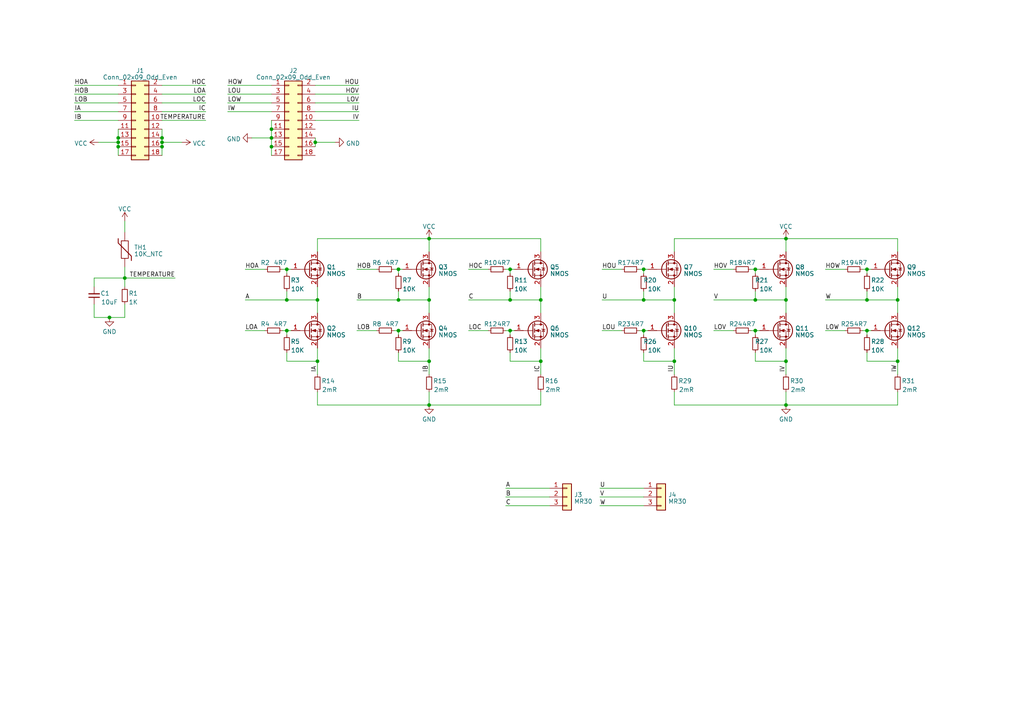
<source format=kicad_sch>
(kicad_sch (version 20230121) (generator eeschema)
  (paper "A4")
  (lib_symbols
    (symbol "Connector_Generic:Conn_01x03" (pin_names (offset 1.016) hide)
      (property "Reference" "J" (at 0 5.08 0))
      (property "Value" "Conn_01x03" (at 0 -5.08 0))
      (symbol "Conn_01x03_1_1"
        (rectangle (start -1.27 -2.413) (end 0 -2.667) (stroke (width 0.1524)))
        (rectangle (start -1.27 0.127) (end 0 -0.127) (stroke (width 0.1524)))
        (rectangle (start -1.27 2.667) (end 0 2.413) (stroke (width 0.1524)))
        (rectangle (start -1.27 3.81) (end 1.27 -3.81) (stroke (width 0.254)) (fill (type background)))
        (pin passive line (at -5.08 2.54 0) (length 3.81) (name "Pin_1") (number "1"))
        (pin passive line (at -5.08 0 0) (length 3.81) (name "Pin_2") (number "2"))
        (pin passive line (at -5.08 -2.54 0) (length 3.81) (name "Pin_3") (number "3"))
      )
    )
    (symbol "Connector_Generic:Conn_02x09_Odd_Even" (pin_names (offset 1.016) hide)
      (property "Reference" "J" (at 1.27 12.7 0))
      (property "Value" "Conn_02x09_Odd_Even" (at 1.27 -12.7 0))
      (symbol "Conn_02x09_Odd_Even_1_1"
        (rectangle (start -1.27 -10.033) (end 0 -10.287) (stroke (width 0.1524)))
        (rectangle (start -1.27 -7.493) (end 0 -7.747) (stroke (width 0.1524)))
        (rectangle (start -1.27 -4.953) (end 0 -5.207) (stroke (width 0.1524)))
        (rectangle (start -1.27 -2.413) (end 0 -2.667) (stroke (width 0.1524)))
        (rectangle (start -1.27 0.127) (end 0 -0.127) (stroke (width 0.1524)))
        (rectangle (start -1.27 2.667) (end 0 2.413) (stroke (width 0.1524)))
        (rectangle (start -1.27 5.207) (end 0 4.953) (stroke (width 0.1524)))
        (rectangle (start -1.27 7.747) (end 0 7.493) (stroke (width 0.1524)))
        (rectangle (start -1.27 10.287) (end 0 10.033) (stroke (width 0.1524)))
        (rectangle (start -1.27 11.43) (end 3.81 -11.43) (stroke (width 0.254)) (fill (type background)))
        (rectangle (start 3.81 -10.033) (end 2.54 -10.287) (stroke (width 0.1524)))
        (rectangle (start 3.81 -7.493) (end 2.54 -7.747) (stroke (width 0.1524)))
        (rectangle (start 3.81 -4.953) (end 2.54 -5.207) (stroke (width 0.1524)))
        (rectangle (start 3.81 -2.413) (end 2.54 -2.667) (stroke (width 0.1524)))
        (rectangle (start 3.81 0.127) (end 2.54 -0.127) (stroke (width 0.1524)))
        (rectangle (start 3.81 2.667) (end 2.54 2.413) (stroke (width 0.1524)))
        (rectangle (start 3.81 5.207) (end 2.54 4.953) (stroke (width 0.1524)))
        (rectangle (start 3.81 7.747) (end 2.54 7.493) (stroke (width 0.1524)))
        (rectangle (start 3.81 10.287) (end 2.54 10.033) (stroke (width 0.1524)))
        (pin passive line (at -5.08 10.16 0) (length 3.81) (name "Pin_1") (number "1"))
        (pin passive line (at 7.62 0 180) (length 3.81) (name "Pin_10") (number "10"))
        (pin passive line (at -5.08 -2.54 0) (length 3.81) (name "Pin_11") (number "11"))
        (pin passive line (at 7.62 -2.54 180) (length 3.81) (name "Pin_12") (number "12"))
        (pin passive line (at -5.08 -5.08 0) (length 3.81) (name "Pin_13") (number "13"))
        (pin passive line (at 7.62 -5.08 180) (length 3.81) (name "Pin_14") (number "14"))
        (pin passive line (at -5.08 -7.62 0) (length 3.81) (name "Pin_15") (number "15"))
        (pin passive line (at 7.62 -7.62 180) (length 3.81) (name "Pin_16") (number "16"))
        (pin passive line (at -5.08 -10.16 0) (length 3.81) (name "Pin_17") (number "17"))
        (pin passive line (at 7.62 -10.16 180) (length 3.81) (name "Pin_18") (number "18"))
        (pin passive line (at 7.62 10.16 180) (length 3.81) (name "Pin_2") (number "2"))
        (pin passive line (at -5.08 7.62 0) (length 3.81) (name "Pin_3") (number "3"))
        (pin passive line (at 7.62 7.62 180) (length 3.81) (name "Pin_4") (number "4"))
        (pin passive line (at -5.08 5.08 0) (length 3.81) (name "Pin_5") (number "5"))
        (pin passive line (at 7.62 5.08 180) (length 3.81) (name "Pin_6") (number "6"))
        (pin passive line (at -5.08 2.54 0) (length 3.81) (name "Pin_7") (number "7"))
        (pin passive line (at 7.62 2.54 180) (length 3.81) (name "Pin_8") (number "8"))
        (pin passive line (at -5.08 0 0) (length 3.81) (name "Pin_9") (number "9"))
      )
    )
    (symbol "Device:C_Small" (pin_numbers hide) (pin_names (offset 0.254) hide)
      (property "Reference" "C" (at 0.254 1.778 0))
      (property "Value" "C_Small" (at 0.254 -2.032 0))
      (symbol "C_Small_0_1"
        (polyline (pts (xy -1.524 -0.508) (xy 1.524 -0.508)) (stroke (width 0.3302)))
        (polyline (pts (xy -1.524 0.508) (xy 1.524 0.508)) (stroke (width 0.3048)))
      )
      (symbol "C_Small_1_1"
        (pin passive line (at 0 2.54 270) (length 2.032) (name "~") (number "1"))
        (pin passive line (at 0 -2.54 90) (length 2.032) (name "~") (number "2"))
      )
    )
    (symbol "Device:R_Small" (pin_numbers hide) (pin_names (offset 0.254) hide)
      (property "Reference" "R" (at 0.762 0.508 0))
      (property "Value" "R_Small" (at 0.762 -1.016 0))
      (symbol "R_Small_0_1"
        (rectangle (start -0.762 1.778) (end 0.762 -1.778) (stroke (width 0.2032)))
      )
      (symbol "R_Small_1_1"
        (pin passive line (at 0 2.54 270) (length 0.762) (name "~") (number "1"))
        (pin passive line (at 0 -2.54 90) (length 0.762) (name "~") (number "2"))
      )
    )
    (symbol "Device:Thermistor" (pin_numbers hide) (pin_names (offset 0))
      (property "Reference" "TH" (at 2.54 1.27 90))
      (property "Value" "Thermistor" (at -2.54 0 90))
      (symbol "Thermistor_0_1"
        (rectangle (start -1.016 2.54) (end 1.016 -2.54) (stroke (width 0.2032)))
        (polyline (pts (xy -1.905 3.175) (xy -1.905 1.905) (xy 1.905 -1.905) (xy 1.905 -3.175) (xy 1.905 -3.175)) (stroke (width 0.254)))
      )
      (symbol "Thermistor_1_1"
        (pin passive line (at 0 5.08 270) (length 2.54) (name "~") (number "1"))
        (pin passive line (at 0 -5.08 90) (length 2.54) (name "~") (number "2"))
      )
    )
    (symbol "Transistor_FET:AO3400A" (pin_names hide)
      (property "Reference" "Q" (at 5.08 1.905 0))
      (property "Value" "AO3400A" (at 5.08 0 0))
      (symbol "AO3400A_0_1"
        (polyline (pts (xy 0.254 0) (xy -2.54 0)))
        (polyline (pts (xy 0.254 1.905) (xy 0.254 -1.905)) (stroke (width 0.254)))
        (polyline (pts (xy 0.762 -1.27) (xy 0.762 -2.286)) (stroke (width 0.254)))
        (polyline (pts (xy 0.762 0.508) (xy 0.762 -0.508)) (stroke (width 0.254)))
        (polyline (pts (xy 0.762 2.286) (xy 0.762 1.27)) (stroke (width 0.254)))
        (polyline (pts (xy 2.54 2.54) (xy 2.54 1.778)))
        (polyline (pts (xy 2.54 -2.54) (xy 2.54 0) (xy 0.762 0)))
        (polyline (pts (xy 0.762 -1.778) (xy 3.302 -1.778) (xy 3.302 1.778) (xy 0.762 1.778)))
        (polyline (pts (xy 1.016 0) (xy 2.032 0.381) (xy 2.032 -0.381) (xy 1.016 0)) (fill (type outline)))
        (polyline (pts (xy 2.794 0.508) (xy 2.921 0.381) (xy 3.683 0.381) (xy 3.81 0.254)))
        (polyline (pts (xy 3.302 0.381) (xy 2.921 -0.254) (xy 3.683 -0.254) (xy 3.302 0.381)))
        (circle (center 1.651 0) (radius 2.794) (stroke (width 0.254)))
        (circle (center 2.54 -1.778) (radius 0.254) (fill (type outline)))
        (circle (center 2.54 1.778) (radius 0.254) (fill (type outline)))
      )
      (symbol "AO3400A_1_1"
        (pin input line (at -5.08 0 0) (length 2.54) (name "G") (number "1"))
        (pin passive line (at 2.54 -5.08 90) (length 2.54) (name "S") (number "2"))
        (pin passive line (at 2.54 5.08 270) (length 2.54) (name "D") (number "3"))
      )
    )
    (symbol "power:GND" (power) (pin_names (offset 0))
      (property "Value" "GND" (at 0 -3.81 0))
      (symbol "GND_0_1"
        (polyline (pts (xy 0 0) (xy 0 -1.27) (xy 1.27 -1.27) (xy 0 -2.54) (xy -1.27 -1.27) (xy 0 -1.27)))
      )
      (symbol "GND_1_1"
        (pin power_in line (at 0 0 270) (length 0) hide (name "GND") (number "1"))
      )
    )
    (symbol "power:VCC" (power) (pin_names (offset 0))
      (property "Value" "VCC" (at 0 3.81 0))
      (symbol "VCC_0_1"
        (polyline (pts (xy -0.762 1.27) (xy 0 2.54)))
        (polyline (pts (xy 0 0) (xy 0 2.54)))
        (polyline (pts (xy 0 2.54) (xy 0.762 1.27)))
      )
      (symbol "VCC_1_1"
        (pin power_in line (at 0 0 90) (length 0) hide (name "VCC") (number "1"))
      )
    )
  )
  (junction (at 186.69 95.885))
  (junction (at 260.35 104.775))
  (junction (at 34.29 42.545))
  (junction (at 156.845 104.775))
  (junction (at 227.965 117.475))
  (junction (at 92.075 104.775))
  (junction (at 147.955 78.105))
  (junction (at 83.185 78.105))
  (junction (at 251.46 95.885))
  (junction (at 124.46 86.995))
  (junction (at 124.46 117.475))
  (junction (at 219.075 95.885))
  (junction (at 156.845 86.995))
  (junction (at 124.46 69.215))
  (junction (at 195.58 104.775))
  (junction (at 46.99 42.545))
  (junction (at 46.99 41.275))
  (junction (at 227.965 69.215))
  (junction (at 115.57 95.885))
  (junction (at 251.46 78.105))
  (junction (at 227.965 86.995))
  (junction (at 115.57 78.105))
  (junction (at 34.29 40.005))
  (junction (at 227.965 104.775))
  (junction (at 219.075 86.995))
  (junction (at 36.195 80.645))
  (junction (at 83.185 86.995))
  (junction (at 92.075 86.995))
  (junction (at 34.29 41.275))
  (junction (at 186.69 86.995))
  (junction (at 147.955 95.885))
  (junction (at 31.75 92.075))
  (junction (at 186.69 78.105))
  (junction (at 83.185 95.885))
  (junction (at 147.955 86.995))
  (junction (at 195.58 86.995))
  (junction (at 115.57 86.995))
  (junction (at 260.35 86.995))
  (junction (at 251.46 86.995))
  (junction (at 78.74 40.005))
  (junction (at 78.74 42.545))
  (junction (at 219.075 78.105))
  (junction (at 78.74 37.465))
  (junction (at 46.99 40.005))
  (junction (at 124.46 104.775))
  (junction (at 91.44 41.275))
  (wire (pts (xy 34.29 24.765) (xy 21.59 24.765)))
  (wire (pts (xy 59.69 34.925) (xy 46.99 34.925)))
  (wire (pts (xy 115.57 95.885) (xy 115.57 97.155)))
  (wire (pts (xy 115.57 95.885) (xy 116.84 95.885)))
  (wire (pts (xy 174.625 95.885) (xy 180.34 95.885)))
  (wire (pts (xy 92.075 86.995) (xy 92.075 83.185)))
  (wire (pts (xy 195.58 104.775) (xy 195.58 108.585)))
  (wire (pts (xy 83.185 84.455) (xy 83.185 86.995)))
  (wire (pts (xy 219.075 104.775) (xy 227.965 104.775)))
  (wire (pts (xy 91.44 34.925) (xy 104.14 34.925)))
  (wire (pts (xy 124.46 86.995) (xy 124.46 90.805)))
  (wire (pts (xy 46.99 41.275) (xy 46.99 40.005)))
  (wire (pts (xy 97.155 41.275) (xy 91.44 41.275)))
  (wire (pts (xy 185.42 78.105) (xy 186.69 78.105)))
  (wire (pts (xy 34.29 27.305) (xy 21.59 27.305)))
  (wire (pts (xy 195.58 86.995) (xy 195.58 83.185)))
  (wire (pts (xy 91.44 27.305) (xy 104.14 27.305)))
  (wire (pts (xy 46.99 42.545) (xy 46.99 45.085)))
  (wire (pts (xy 124.46 117.475) (xy 156.845 117.475)))
  (wire (pts (xy 186.69 86.995) (xy 195.58 86.995)))
  (wire (pts (xy 78.74 34.925) (xy 78.74 37.465)))
  (wire (pts (xy 115.57 104.775) (xy 124.46 104.775)))
  (wire (pts (xy 146.685 78.105) (xy 147.955 78.105)))
  (wire (pts (xy 239.395 86.995) (xy 251.46 86.995)))
  (wire (pts (xy 34.29 42.545) (xy 34.29 45.085)))
  (wire (pts (xy 34.29 40.005) (xy 34.29 41.275)))
  (wire (pts (xy 186.69 141.605) (xy 173.99 141.605)))
  (wire (pts (xy 83.185 95.885) (xy 84.455 95.885)))
  (wire (pts (xy 147.955 104.775) (xy 156.845 104.775)))
  (wire (pts (xy 92.075 104.775) (xy 92.075 108.585)))
  (wire (pts (xy 156.845 86.995) (xy 156.845 83.185)))
  (wire (pts (xy 260.35 104.775) (xy 260.35 108.585)))
  (wire (pts (xy 195.58 117.475) (xy 227.965 117.475)))
  (wire (pts (xy 251.46 78.105) (xy 251.46 79.375)))
  (wire (pts (xy 115.57 78.105) (xy 115.57 79.375)))
  (wire (pts (xy 251.46 102.235) (xy 251.46 104.775)))
  (wire (pts (xy 92.075 117.475) (xy 124.46 117.475)))
  (wire (pts (xy 156.845 73.025) (xy 156.845 69.215)))
  (wire (pts (xy 92.075 113.665) (xy 92.075 117.475)))
  (wire (pts (xy 260.35 69.215) (xy 227.965 69.215)))
  (wire (pts (xy 135.89 95.885) (xy 141.605 95.885)))
  (wire (pts (xy 34.29 32.385) (xy 21.59 32.385)))
  (wire (pts (xy 147.955 86.995) (xy 156.845 86.995)))
  (wire (pts (xy 227.965 86.995) (xy 227.965 83.185)))
  (wire (pts (xy 92.075 86.995) (xy 92.075 90.805)))
  (wire (pts (xy 27.305 88.265) (xy 27.305 92.075)))
  (wire (pts (xy 83.185 78.105) (xy 84.455 78.105)))
  (wire (pts (xy 114.3 95.885) (xy 115.57 95.885)))
  (wire (pts (xy 103.505 86.995) (xy 115.57 86.995)))
  (wire (pts (xy 91.44 41.275) (xy 91.44 42.545)))
  (wire (pts (xy 146.685 95.885) (xy 147.955 95.885)))
  (wire (pts (xy 114.3 78.105) (xy 115.57 78.105)))
  (wire (pts (xy 83.185 102.235) (xy 83.185 104.775)))
  (wire (pts (xy 71.12 95.885) (xy 76.835 95.885)))
  (wire (pts (xy 46.99 41.275) (xy 52.705 41.275)))
  (wire (pts (xy 78.74 42.545) (xy 78.74 45.085)))
  (wire (pts (xy 124.46 104.775) (xy 124.46 108.585)))
  (wire (pts (xy 46.99 27.305) (xy 59.69 27.305)))
  (wire (pts (xy 124.46 100.965) (xy 124.46 104.775)))
  (wire (pts (xy 227.965 100.965) (xy 227.965 104.775)))
  (wire (pts (xy 147.955 78.105) (xy 147.955 79.375)))
  (wire (pts (xy 46.99 24.765) (xy 59.69 24.765)))
  (wire (pts (xy 219.075 78.105) (xy 219.075 79.375)))
  (wire (pts (xy 36.195 77.47) (xy 36.195 80.645)))
  (wire (pts (xy 260.35 117.475) (xy 260.35 113.665)))
  (wire (pts (xy 186.69 78.105) (xy 187.96 78.105)))
  (wire (pts (xy 147.955 78.105) (xy 149.225 78.105)))
  (wire (pts (xy 36.195 92.075) (xy 36.195 88.265)))
  (wire (pts (xy 147.955 95.885) (xy 149.225 95.885)))
  (wire (pts (xy 156.845 104.775) (xy 156.845 108.585)))
  (wire (pts (xy 251.46 84.455) (xy 251.46 86.995)))
  (wire (pts (xy 219.075 95.885) (xy 219.075 97.155)))
  (wire (pts (xy 135.89 86.995) (xy 147.955 86.995)))
  (wire (pts (xy 251.46 95.885) (xy 251.46 97.155)))
  (wire (pts (xy 186.69 146.685) (xy 173.99 146.685)))
  (wire (pts (xy 260.35 73.025) (xy 260.35 69.215)))
  (wire (pts (xy 46.99 41.275) (xy 46.99 42.545)))
  (wire (pts (xy 219.075 78.105) (xy 220.345 78.105)))
  (wire (pts (xy 219.075 95.885) (xy 220.345 95.885)))
  (wire (pts (xy 219.075 84.455) (xy 219.075 86.995)))
  (wire (pts (xy 195.58 100.965) (xy 195.58 104.775)))
  (wire (pts (xy 251.46 95.885) (xy 252.73 95.885)))
  (wire (pts (xy 78.74 37.465) (xy 78.74 40.005)))
  (wire (pts (xy 251.46 78.105) (xy 252.73 78.105)))
  (wire (pts (xy 251.46 86.995) (xy 260.35 86.995)))
  (wire (pts (xy 78.74 24.765) (xy 66.04 24.765)))
  (wire (pts (xy 239.395 95.885) (xy 245.11 95.885)))
  (wire (pts (xy 34.29 29.845) (xy 21.59 29.845)))
  (wire (pts (xy 186.69 144.145) (xy 173.99 144.145)))
  (wire (pts (xy 207.01 78.105) (xy 212.725 78.105)))
  (wire (pts (xy 83.185 95.885) (xy 83.185 97.155)))
  (wire (pts (xy 260.35 100.965) (xy 260.35 104.775)))
  (wire (pts (xy 124.46 69.215) (xy 92.075 69.215)))
  (wire (pts (xy 260.35 86.995) (xy 260.35 90.805)))
  (wire (pts (xy 227.965 69.215) (xy 195.58 69.215)))
  (wire (pts (xy 227.965 117.475) (xy 260.35 117.475)))
  (wire (pts (xy 207.01 95.885) (xy 212.725 95.885)))
  (wire (pts (xy 115.57 86.995) (xy 124.46 86.995)))
  (wire (pts (xy 227.965 113.665) (xy 227.965 117.475)))
  (wire (pts (xy 91.44 40.005) (xy 91.44 41.275)))
  (wire (pts (xy 185.42 95.885) (xy 186.69 95.885)))
  (wire (pts (xy 36.195 64.135) (xy 36.195 67.31)))
  (wire (pts (xy 78.74 32.385) (xy 66.04 32.385)))
  (wire (pts (xy 83.185 104.775) (xy 92.075 104.775)))
  (wire (pts (xy 186.69 84.455) (xy 186.69 86.995)))
  (wire (pts (xy 36.195 80.645) (xy 36.195 83.185)))
  (wire (pts (xy 124.46 86.995) (xy 124.46 83.185)))
  (wire (pts (xy 103.505 95.885) (xy 109.22 95.885)))
  (wire (pts (xy 147.955 84.455) (xy 147.955 86.995)))
  (wire (pts (xy 78.74 29.845) (xy 66.04 29.845)))
  (wire (pts (xy 174.625 78.105) (xy 180.34 78.105)))
  (wire (pts (xy 156.845 86.995) (xy 156.845 90.805)))
  (wire (pts (xy 78.74 40.005) (xy 73.025 40.005)))
  (wire (pts (xy 195.58 113.665) (xy 195.58 117.475)))
  (wire (pts (xy 83.185 86.995) (xy 92.075 86.995)))
  (wire (pts (xy 135.89 78.105) (xy 141.605 78.105)))
  (wire (pts (xy 159.385 141.605) (xy 146.685 141.605)))
  (wire (pts (xy 27.305 80.645) (xy 36.195 80.645)))
  (wire (pts (xy 186.69 95.885) (xy 187.96 95.885)))
  (wire (pts (xy 115.57 102.235) (xy 115.57 104.775)))
  (wire (pts (xy 217.805 95.885) (xy 219.075 95.885)))
  (wire (pts (xy 217.805 78.105) (xy 219.075 78.105)))
  (wire (pts (xy 227.965 104.775) (xy 227.965 108.585)))
  (wire (pts (xy 156.845 69.215) (xy 124.46 69.215)))
  (wire (pts (xy 71.12 86.995) (xy 83.185 86.995)))
  (wire (pts (xy 71.12 78.105) (xy 76.835 78.105)))
  (wire (pts (xy 81.915 78.105) (xy 83.185 78.105)))
  (wire (pts (xy 227.965 73.025) (xy 227.965 69.215)))
  (wire (pts (xy 219.075 102.235) (xy 219.075 104.775)))
  (wire (pts (xy 159.385 144.145) (xy 146.685 144.145)))
  (wire (pts (xy 227.965 86.995) (xy 227.965 90.805)))
  (wire (pts (xy 250.19 78.105) (xy 251.46 78.105)))
  (wire (pts (xy 31.75 92.075) (xy 36.195 92.075)))
  (wire (pts (xy 83.185 78.105) (xy 83.185 79.375)))
  (wire (pts (xy 239.395 78.105) (xy 245.11 78.105)))
  (wire (pts (xy 195.58 86.995) (xy 195.58 90.805)))
  (wire (pts (xy 91.44 24.765) (xy 104.14 24.765)))
  (wire (pts (xy 27.305 83.185) (xy 27.305 80.645)))
  (wire (pts (xy 156.845 117.475) (xy 156.845 113.665)))
  (wire (pts (xy 207.01 86.995) (xy 219.075 86.995)))
  (wire (pts (xy 92.075 69.215) (xy 92.075 73.025)))
  (wire (pts (xy 28.575 41.275) (xy 34.29 41.275)))
  (wire (pts (xy 186.69 104.775) (xy 195.58 104.775)))
  (wire (pts (xy 34.29 37.465) (xy 34.29 40.005)))
  (wire (pts (xy 46.99 37.465) (xy 46.99 40.005)))
  (wire (pts (xy 147.955 95.885) (xy 147.955 97.155)))
  (wire (pts (xy 186.69 95.885) (xy 186.69 97.155)))
  (wire (pts (xy 124.46 113.665) (xy 124.46 117.475)))
  (wire (pts (xy 156.845 100.965) (xy 156.845 104.775)))
  (wire (pts (xy 91.44 29.845) (xy 104.14 29.845)))
  (wire (pts (xy 124.46 73.025) (xy 124.46 69.215)))
  (wire (pts (xy 159.385 146.685) (xy 146.685 146.685)))
  (wire (pts (xy 46.99 32.385) (xy 59.69 32.385)))
  (wire (pts (xy 147.955 102.235) (xy 147.955 104.775)))
  (wire (pts (xy 260.35 86.995) (xy 260.35 83.185)))
  (wire (pts (xy 103.505 78.105) (xy 109.22 78.105)))
  (wire (pts (xy 92.075 100.965) (xy 92.075 104.775)))
  (wire (pts (xy 251.46 104.775) (xy 260.35 104.775)))
  (wire (pts (xy 34.29 34.925) (xy 21.59 34.925)))
  (wire (pts (xy 115.57 84.455) (xy 115.57 86.995)))
  (wire (pts (xy 186.69 78.105) (xy 186.69 79.375)))
  (wire (pts (xy 78.74 27.305) (xy 66.04 27.305)))
  (wire (pts (xy 27.305 92.075) (xy 31.75 92.075)))
  (wire (pts (xy 219.075 86.995) (xy 227.965 86.995)))
  (wire (pts (xy 46.99 29.845) (xy 59.69 29.845)))
  (wire (pts (xy 115.57 78.105) (xy 116.84 78.105)))
  (wire (pts (xy 78.74 40.005) (xy 78.74 42.545)))
  (wire (pts (xy 91.44 32.385) (xy 104.14 32.385)))
  (wire (pts (xy 186.69 102.235) (xy 186.69 104.775)))
  (wire (pts (xy 250.19 95.885) (xy 251.46 95.885)))
  (wire (pts (xy 195.58 69.215) (xy 195.58 73.025)))
  (wire (pts (xy 36.195 80.645) (xy 50.8 80.645)))
  (wire (pts (xy 174.625 86.995) (xy 186.69 86.995)))
  (wire (pts (xy 81.915 95.885) (xy 83.185 95.885)))
  (wire (pts (xy 34.29 41.275) (xy 34.29 42.545)))
  (label "C" (at 135.89 86.995 0))
  (label "IA" (at 92.075 107.95 90))
  (label "HOC" (at 135.89 78.105 0))
  (label "W" (at 239.395 86.995 0))
  (label "IW" (at 66.04 32.385 0))
  (label "HOA" (at 21.59 24.765 0))
  (label "C" (at 146.685 146.685 0))
  (label "TEMPERATURE" (at 50.8 80.645 180))
  (label "IV" (at 104.14 34.925 180))
  (label "U" (at 174.625 86.995 0))
  (label "IA" (at 21.59 32.385 0))
  (label "A" (at 146.685 141.605 0))
  (label "HOW" (at 66.04 24.765 0))
  (label "IU" (at 195.58 107.95 90))
  (label "IV" (at 227.965 107.95 90))
  (label "V" (at 207.01 86.995 0))
  (label "LOA" (at 59.69 27.305 180))
  (label "LOW" (at 239.395 95.885 0))
  (label "LOB" (at 103.505 95.885 0))
  (label "HOU" (at 174.625 78.105 0))
  (label "IW" (at 260.35 107.95 90))
  (label "HOV" (at 207.01 78.105 0))
  (label "TEMPERATURE" (at 59.69 34.925 180))
  (label "HOA" (at 71.12 78.105 0))
  (label "V" (at 173.99 144.145 0))
  (label "IC" (at 59.69 32.385 180))
  (label "HOB" (at 21.59 27.305 0))
  (label "IB" (at 124.46 107.95 90))
  (label "IB" (at 21.59 34.925 0))
  (label "LOV" (at 207.01 95.885 0))
  (label "LOW" (at 66.04 29.845 0))
  (label "IU" (at 104.14 32.385 180))
  (label "LOU" (at 66.04 27.305 0))
  (label "HOC" (at 59.69 24.765 180))
  (label "HOB" (at 103.505 78.105 0))
  (label "IC" (at 156.845 107.95 90))
  (label "LOB" (at 21.59 29.845 0))
  (label "B" (at 103.505 86.995 0))
  (label "LOU" (at 174.625 95.885 0))
  (label "B" (at 146.685 144.145 0))
  (label "HOV" (at 104.14 27.305 180))
  (label "W" (at 173.99 146.685 0))
  (label "LOA" (at 71.12 95.885 0))
  (label "HOU" (at 104.14 24.765 180))
  (label "LOC" (at 59.69 29.845 180))
  (label "A" (at 71.12 86.995 0))
  (label "LOC" (at 135.89 95.885 0))
  (label "HOW" (at 239.395 78.105 0))
  (label "LOV" (at 104.14 29.845 180))
  (label "U" (at 173.99 141.605 0))
  (symbol (lib_id "Transistor_FET:AO3400A") (at 121.92 78.105 0) (unit 1)
    (property "Reference" "Q3" (at 127.127 77.4613 0) (effects (justify left)))
    (property "Value" "NMOS" (at 127.127 79.3823 0) (effects (justify left)))
    (property "Footprint" "ErBW_s:TPH1R403NL" (effects hide))
    (property "Datasheet" "http://www.aosmd.com/pdfs/datasheet/AO3400A.pdf" (effects hide))
  )
  (symbol (lib_id "Device:R_Small") (at 79.375 78.105 90) (unit 1)
    (property "Reference" "R2" (at 75.565 76.2 90) (effects (justify right)))
    (property "Value" "4R7" (at 79.375 76.2 90) (effects (justify right)))
    (property "Footprint" "ErBW_s:R_0402" (effects hide))
  )
  (symbol (lib_id "Device:R_Small") (at 79.375 95.885 90) (unit 1)
    (property "Reference" "R4" (at 75.565 93.98 90) (effects (justify right)))
    (property "Value" "4R7" (at 79.375 93.98 90) (effects (justify right)))
    (property "Footprint" "ErBW_s:R_0402" (effects hide))
  )
  (symbol (lib_id "Connector_Generic:Conn_01x03") (at 164.465 144.145 0) (unit 1)
    (property "Reference" "J3" (at 166.497 143.5013 0) (effects (justify left)))
    (property "Value" "MR30" (at 166.497 145.4223 0) (effects (justify left)))
  )
  (symbol (lib_id "Transistor_FET:AO3400A") (at 193.04 78.105 0) (unit 1)
    (property "Reference" "Q7" (at 198.247 77.4613 0) (effects (justify left)))
    (property "Value" "NMOS" (at 198.247 79.3823 0) (effects (justify left)))
    (property "Footprint" "ErBW_s:TPH1R403NL" (effects hide))
    (property "Datasheet" "http://www.aosmd.com/pdfs/datasheet/AO3400A.pdf" (effects hide))
  )
  (symbol (lib_id "Device:R_Small") (at 260.35 111.125 0) (unit 1)
    (property "Reference" "R31" (at 265.43 110.49 0) (effects (justify right)))
    (property "Value" "2mR" (at 266.065 113.03 0) (effects (justify right)))
    (property "Footprint" "Resistor_SMD:R_2512_6332Metric" (effects hide))
  )
  (symbol (lib_id "Connector_Generic:Conn_01x03") (at 191.77 144.145 0) (unit 1)
    (property "Reference" "J4" (at 193.802 143.5013 0) (effects (justify left)))
    (property "Value" "MR30" (at 193.802 145.4223 0) (effects (justify left)))
  )
  (symbol (lib_id "Device:R_Small") (at 227.965 111.125 0) (unit 1)
    (property "Reference" "R30" (at 233.045 110.49 0) (effects (justify right)))
    (property "Value" "2mR" (at 233.68 113.03 0) (effects (justify right)))
    (property "Footprint" "Resistor_SMD:R_2512_6332Metric" (effects hide))
  )
  (symbol (lib_id "Transistor_FET:AO3400A") (at 154.305 95.885 0) (unit 1)
    (property "Reference" "Q6" (at 159.512 95.2413 0) (effects (justify left)))
    (property "Value" "NMOS" (at 159.512 97.1623 0) (effects (justify left)))
    (property "Footprint" "ErBW_s:TPH1R403NL" (effects hide))
    (property "Datasheet" "http://www.aosmd.com/pdfs/datasheet/AO3400A.pdf" (effects hide))
  )
  (symbol (lib_id "Device:R_Small") (at 215.265 95.885 90) (unit 1)
    (property "Reference" "R24" (at 211.455 93.98 90) (effects (justify right)))
    (property "Value" "4R7" (at 215.265 93.98 90) (effects (justify right)))
    (property "Footprint" "ErBW_s:R_0402" (effects hide))
  )
  (symbol (lib_id "Connector_Generic:Conn_02x09_Odd_Even") (at 39.37 34.925 0) (unit 1)
    (property "Reference" "J1" (at 40.64 20.4851 0))
    (property "Value" "Conn_02x09_Odd_Even" (at 40.64 22.4061 0))
  )
  (symbol (lib_id "Transistor_FET:AO3400A") (at 154.305 78.105 0) (unit 1)
    (property "Reference" "Q5" (at 159.512 77.4613 0) (effects (justify left)))
    (property "Value" "NMOS" (at 159.512 79.3823 0) (effects (justify left)))
    (property "Footprint" "ErBW_s:TPH1R403NL" (effects hide))
    (property "Datasheet" "http://www.aosmd.com/pdfs/datasheet/AO3400A.pdf" (effects hide))
  )
  (symbol (lib_id "power:GND") (at 97.155 41.275 90) (mirror x) (unit 1)
    (property "Reference" "#PWR04" (effects hide))
    (property "Value" "GND" (at 100.3299 41.5918 90) (effects (justify right)))
  )
  (symbol (lib_id "Device:R_Small") (at 83.185 81.915 0) (unit 1)
    (property "Reference" "R3" (at 86.995 81.28 0) (effects (justify right)))
    (property "Value" "10K" (at 88.265 83.82 0) (effects (justify right)))
    (property "Footprint" "ErBW_s:R_0402" (effects hide))
  )
  (symbol (lib_id "Device:R_Small") (at 247.65 95.885 90) (unit 1)
    (property "Reference" "R25" (at 243.84 93.98 90) (effects (justify right)))
    (property "Value" "4R7" (at 247.65 93.98 90) (effects (justify right)))
    (property "Footprint" "ErBW_s:R_0402" (effects hide))
  )
  (symbol (lib_id "power:GND") (at 124.46 117.475 0) (mirror y) (unit 1)
    (property "Reference" "#PWR07" (effects hide))
    (property "Value" "GND" (at 124.46 121.6105 0))
  )
  (symbol (lib_id "Device:Thermistor") (at 36.195 72.39 0) (unit 1)
    (property "Reference" "TH1" (at 38.862 71.7463 0) (effects (justify left)))
    (property "Value" "10K_NTC" (at 38.862 73.6673 0) (effects (justify left)))
  )
  (symbol (lib_id "Device:R_Small") (at 83.185 99.695 0) (unit 1)
    (property "Reference" "R5" (at 86.995 99.06 0) (effects (justify right)))
    (property "Value" "10K" (at 88.265 101.6 0) (effects (justify right)))
    (property "Footprint" "ErBW_s:R_0402" (effects hide))
  )
  (symbol (lib_id "Device:C_Small") (at 27.305 85.725 180) (unit 1)
    (property "Reference" "C1" (at 30.48 85.09 0))
    (property "Value" "10uF" (at 31.75 87.63 0))
    (property "Footprint" "ErBW_s:C_0402" (effects hide))
  )
  (symbol (lib_id "Transistor_FET:AO3400A") (at 193.04 95.885 0) (unit 1)
    (property "Reference" "Q10" (at 198.247 95.2413 0) (effects (justify left)))
    (property "Value" "NMOS" (at 198.247 97.1623 0) (effects (justify left)))
    (property "Footprint" "ErBW_s:TPH1R403NL" (effects hide))
    (property "Datasheet" "http://www.aosmd.com/pdfs/datasheet/AO3400A.pdf" (effects hide))
  )
  (symbol (lib_id "Transistor_FET:AO3400A") (at 257.81 95.885 0) (unit 1)
    (property "Reference" "Q12" (at 263.017 95.2413 0) (effects (justify left)))
    (property "Value" "NMOS" (at 263.017 97.1623 0) (effects (justify left)))
    (property "Footprint" "ErBW_s:TPH1R403NL" (effects hide))
    (property "Datasheet" "http://www.aosmd.com/pdfs/datasheet/AO3400A.pdf" (effects hide))
  )
  (symbol (lib_id "Device:R_Small") (at 92.075 111.125 0) (unit 1)
    (property "Reference" "R14" (at 97.155 110.49 0) (effects (justify right)))
    (property "Value" "2mR" (at 97.79 113.03 0) (effects (justify right)))
    (property "Footprint" "Resistor_SMD:R_2512_6332Metric" (effects hide))
  )
  (symbol (lib_id "Device:R_Small") (at 115.57 81.915 0) (unit 1)
    (property "Reference" "R7" (at 119.38 81.28 0) (effects (justify right)))
    (property "Value" "10K" (at 120.65 83.82 0) (effects (justify right)))
    (property "Footprint" "ErBW_s:R_0402" (effects hide))
  )
  (symbol (lib_id "power:GND") (at 73.025 40.005 270) (mirror x) (unit 1)
    (property "Reference" "#PWR02" (effects hide))
    (property "Value" "GND" (at 69.85 40.3218 90) (effects (justify right)))
  )
  (symbol (lib_id "power:VCC") (at 227.965 69.215 0) (unit 1)
    (property "Reference" "#PWR09" (effects hide))
    (property "Value" "VCC" (at 227.965 65.7131 0))
  )
  (symbol (lib_id "Device:R_Small") (at 247.65 78.105 90) (unit 1)
    (property "Reference" "R19" (at 243.84 76.2 90) (effects (justify right)))
    (property "Value" "4R7" (at 247.65 76.2 90) (effects (justify right)))
    (property "Footprint" "ErBW_s:R_0402" (effects hide))
  )
  (symbol (lib_id "Device:R_Small") (at 182.88 95.885 90) (unit 1)
    (property "Reference" "R23" (at 179.07 93.98 90) (effects (justify right)))
    (property "Value" "4R7" (at 182.88 93.98 90) (effects (justify right)))
    (property "Footprint" "ErBW_s:R_0402" (effects hide))
  )
  (symbol (lib_id "Transistor_FET:AO3400A") (at 225.425 78.105 0) (unit 1)
    (property "Reference" "Q8" (at 230.632 77.4613 0) (effects (justify left)))
    (property "Value" "NMOS" (at 230.632 79.3823 0) (effects (justify left)))
    (property "Footprint" "ErBW_s:TPH1R403NL" (effects hide))
    (property "Datasheet" "http://www.aosmd.com/pdfs/datasheet/AO3400A.pdf" (effects hide))
  )
  (symbol (lib_id "Device:R_Small") (at 219.075 81.915 0) (unit 1)
    (property "Reference" "R21" (at 222.885 81.28 0) (effects (justify right)))
    (property "Value" "10K" (at 224.155 83.82 0) (effects (justify right)))
    (property "Footprint" "ErBW_s:R_0402" (effects hide))
  )
  (symbol (lib_id "Device:R_Small") (at 144.145 78.105 90) (unit 1)
    (property "Reference" "R10" (at 140.335 76.2 90) (effects (justify right)))
    (property "Value" "4R7" (at 144.145 76.2 90) (effects (justify right)))
    (property "Footprint" "ErBW_s:R_0402" (effects hide))
  )
  (symbol (lib_id "Transistor_FET:AO3400A") (at 257.81 78.105 0) (unit 1)
    (property "Reference" "Q9" (at 263.017 77.4613 0) (effects (justify left)))
    (property "Value" "NMOS" (at 263.017 79.3823 0) (effects (justify left)))
    (property "Footprint" "ErBW_s:TPH1R403NL" (effects hide))
    (property "Datasheet" "http://www.aosmd.com/pdfs/datasheet/AO3400A.pdf" (effects hide))
  )
  (symbol (lib_id "Device:R_Small") (at 147.955 81.915 0) (unit 1)
    (property "Reference" "R11" (at 153.035 81.28 0) (effects (justify right)))
    (property "Value" "10K" (at 153.035 83.82 0) (effects (justify right)))
    (property "Footprint" "ErBW_s:R_0402" (effects hide))
  )
  (symbol (lib_id "Transistor_FET:AO3400A") (at 89.535 78.105 0) (unit 1)
    (property "Reference" "Q1" (at 94.742 77.4613 0) (effects (justify left)))
    (property "Value" "NMOS" (at 94.742 79.3823 0) (effects (justify left)))
    (property "Footprint" "ErBW_s:TPH1R403NL" (effects hide))
    (property "Datasheet" "http://www.aosmd.com/pdfs/datasheet/AO3400A.pdf" (effects hide))
  )
  (symbol (lib_id "Device:R_Small") (at 115.57 99.695 0) (unit 1)
    (property "Reference" "R9" (at 119.38 99.06 0) (effects (justify right)))
    (property "Value" "10K" (at 120.65 101.6 0) (effects (justify right)))
    (property "Footprint" "ErBW_s:R_0402" (effects hide))
  )
  (symbol (lib_id "Transistor_FET:AO3400A") (at 225.425 95.885 0) (unit 1)
    (property "Reference" "Q11" (at 230.632 95.2413 0) (effects (justify left)))
    (property "Value" "NMOS" (at 230.632 97.1623 0) (effects (justify left)))
    (property "Footprint" "ErBW_s:TPH1R403NL" (effects hide))
    (property "Datasheet" "http://www.aosmd.com/pdfs/datasheet/AO3400A.pdf" (effects hide))
  )
  (symbol (lib_id "Device:R_Small") (at 111.76 95.885 90) (unit 1)
    (property "Reference" "R8" (at 107.95 93.98 90) (effects (justify right)))
    (property "Value" "4R7" (at 111.76 93.98 90) (effects (justify right)))
    (property "Footprint" "ErBW_s:R_0402" (effects hide))
  )
  (symbol (lib_id "Device:R_Small") (at 36.195 85.725 0) (unit 1)
    (property "Reference" "R1" (at 40.005 85.09 0) (effects (justify right)))
    (property "Value" "1K" (at 40.005 87.63 0) (effects (justify right)))
    (property "Footprint" "ErBW_s:R_0402" (effects hide))
  )
  (symbol (lib_id "Device:R_Small") (at 111.76 78.105 90) (unit 1)
    (property "Reference" "R6" (at 107.95 76.2 90) (effects (justify right)))
    (property "Value" "4R7" (at 111.76 76.2 90) (effects (justify right)))
    (property "Footprint" "ErBW_s:R_0402" (effects hide))
  )
  (symbol (lib_id "Device:R_Small") (at 186.69 81.915 0) (unit 1)
    (property "Reference" "R20" (at 190.5 81.28 0) (effects (justify right)))
    (property "Value" "10K" (at 191.77 83.82 0) (effects (justify right)))
    (property "Footprint" "ErBW_s:R_0402" (effects hide))
  )
  (symbol (lib_id "Device:R_Small") (at 144.145 95.885 90) (unit 1)
    (property "Reference" "R12" (at 140.335 93.98 90) (effects (justify right)))
    (property "Value" "4R7" (at 144.145 93.98 90) (effects (justify right)))
    (property "Footprint" "ErBW_s:R_0402" (effects hide))
  )
  (symbol (lib_id "Device:R_Small") (at 215.265 78.105 90) (unit 1)
    (property "Reference" "R18" (at 211.455 76.2 90) (effects (justify right)))
    (property "Value" "4R7" (at 215.265 76.2 90) (effects (justify right)))
    (property "Footprint" "ErBW_s:R_0402" (effects hide))
  )
  (symbol (lib_id "Device:R_Small") (at 195.58 111.125 0) (unit 1)
    (property "Reference" "R29" (at 200.66 110.49 0) (effects (justify right)))
    (property "Value" "2mR" (at 201.295 113.03 0) (effects (justify right)))
    (property "Footprint" "Resistor_SMD:R_2512_6332Metric" (effects hide))
  )
  (symbol (lib_id "power:GND") (at 227.965 117.475 0) (mirror y) (unit 1)
    (property "Reference" "#PWR010" (effects hide))
    (property "Value" "GND" (at 227.965 121.6105 0))
  )
  (symbol (lib_id "Transistor_FET:AO3400A") (at 89.535 95.885 0) (unit 1)
    (property "Reference" "Q2" (at 94.742 95.2413 0) (effects (justify left)))
    (property "Value" "NMOS" (at 94.742 97.1623 0) (effects (justify left)))
    (property "Footprint" "ErBW_s:TPH1R403NL" (effects hide))
    (property "Datasheet" "http://www.aosmd.com/pdfs/datasheet/AO3400A.pdf" (effects hide))
  )
  (symbol (lib_id "power:VCC") (at 52.705 41.275 270) (unit 1)
    (property "Reference" "#PWR01" (effects hide))
    (property "Value" "VCC" (at 55.88 41.5918 90) (effects (justify left)))
  )
  (symbol (lib_id "Device:R_Small") (at 186.69 99.695 0) (unit 1)
    (property "Reference" "R26" (at 190.5 99.06 0) (effects (justify right)))
    (property "Value" "10K" (at 191.77 101.6 0) (effects (justify right)))
    (property "Footprint" "ErBW_s:R_0402" (effects hide))
  )
  (symbol (lib_id "Device:R_Small") (at 182.88 78.105 90) (unit 1)
    (property "Reference" "R17" (at 179.07 76.2 90) (effects (justify right)))
    (property "Value" "4R7" (at 182.88 76.2 90) (effects (justify right)))
    (property "Footprint" "ErBW_s:R_0402" (effects hide))
  )
  (symbol (lib_id "Device:R_Small") (at 251.46 99.695 0) (unit 1)
    (property "Reference" "R28" (at 256.54 99.06 0) (effects (justify right)))
    (property "Value" "10K" (at 256.54 101.6 0) (effects (justify right)))
    (property "Footprint" "ErBW_s:R_0402" (effects hide))
  )
  (symbol (lib_id "Transistor_FET:AO3400A") (at 121.92 95.885 0) (unit 1)
    (property "Reference" "Q4" (at 127.127 95.2413 0) (effects (justify left)))
    (property "Value" "NMOS" (at 127.127 97.1623 0) (effects (justify left)))
    (property "Footprint" "ErBW_s:TPH1R403NL" (effects hide))
    (property "Datasheet" "http://www.aosmd.com/pdfs/datasheet/AO3400A.pdf" (effects hide))
  )
  (symbol (lib_id "Device:R_Small") (at 251.46 81.915 0) (unit 1)
    (property "Reference" "R22" (at 256.54 81.28 0) (effects (justify right)))
    (property "Value" "10K" (at 256.54 83.82 0) (effects (justify right)))
    (property "Footprint" "ErBW_s:R_0402" (effects hide))
  )
  (symbol (lib_id "Device:R_Small") (at 219.075 99.695 0) (unit 1)
    (property "Reference" "R27" (at 222.885 99.06 0) (effects (justify right)))
    (property "Value" "10K" (at 224.155 101.6 0) (effects (justify right)))
    (property "Footprint" "ErBW_s:R_0402" (effects hide))
  )
  (symbol (lib_id "Device:R_Small") (at 124.46 111.125 0) (unit 1)
    (property "Reference" "R15" (at 129.54 110.49 0) (effects (justify right)))
    (property "Value" "2mR" (at 130.175 113.03 0) (effects (justify right)))
    (property "Footprint" "Resistor_SMD:R_2512_6332Metric" (effects hide))
  )
  (symbol (lib_id "power:VCC") (at 28.575 41.275 90) (unit 1)
    (property "Reference" "#PWR03" (effects hide))
    (property "Value" "VCC" (at 25.4 41.5918 90) (effects (justify left)))
  )
  (symbol (lib_id "power:GND") (at 31.75 92.075 0) (mirror y) (unit 1)
    (property "Reference" "#PWR05" (effects hide))
    (property "Value" "GND" (at 31.75 96.2105 0))
  )
  (symbol (lib_id "power:VCC") (at 124.46 69.215 0) (unit 1)
    (property "Reference" "#PWR08" (effects hide))
    (property "Value" "VCC" (at 124.46 65.7131 0))
  )
  (symbol (lib_id "Connector_Generic:Conn_02x09_Odd_Even") (at 83.82 34.925 0) (unit 1)
    (property "Reference" "J2" (at 85.09 20.4851 0))
    (property "Value" "Conn_02x09_Odd_Even" (at 85.09 22.4061 0))
  )
  (symbol (lib_id "Device:R_Small") (at 147.955 99.695 0) (unit 1)
    (property "Reference" "R13" (at 153.035 99.06 0) (effects (justify right)))
    (property "Value" "10K" (at 153.035 101.6 0) (effects (justify right)))
    (property "Footprint" "ErBW_s:R_0402" (effects hide))
  )
  (symbol (lib_id "power:VCC") (at 36.195 64.135 0) (unit 1)
    (property "Reference" "#PWR06" (effects hide))
    (property "Value" "VCC" (at 36.195 60.6331 0))
  )
  (symbol (lib_id "Device:R_Small") (at 156.845 111.125 0) (unit 1)
    (property "Reference" "R16" (at 161.925 110.49 0) (effects (justify right)))
    (property "Value" "2mR" (at 162.56 113.03 0) (effects (justify right)))
    (property "Footprint" "Resistor_SMD:R_2512_6332Metric" (effects hide))
  )
)
</source>
